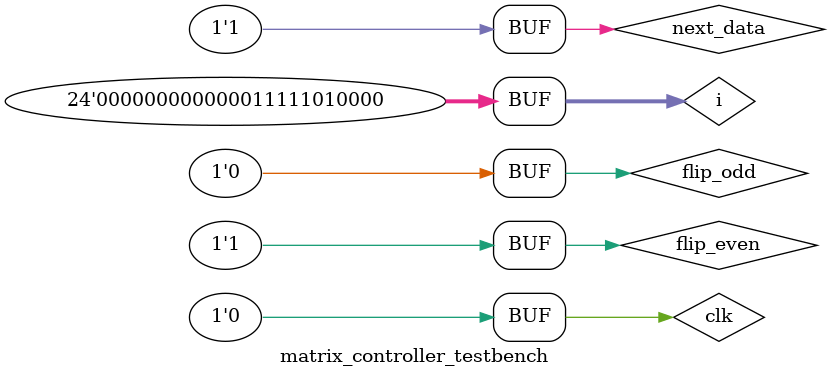
<source format=v>
`timescale 1ns / 1ps


module matrix_controller_testbench(

    );

// clock
reg clk;

// config
reg flip_even;
reg flip_odd;

// led driver signals
reg next_data;
wire reset;

// array buffer signals
wire [7:0] array_x;
wire [7:0] array_y;
wire next_frame;

    
matrix_controller matrix_controller_0(
    .clk(clk),
    .flip_even(flip_even),
    .flip_odd(flip_odd),
    .next_data(next_data),
    .reset(reset),
    .array_x(array_x),
    .array_y(array_y),
    .next_frame(next_frame)
);

always begin
    // 10 ns clock period
    clk = 1;
    #5;
    clk = 0;
    #5;
end

reg [23:0] i;
initial begin
    flip_even = 1;
    flip_odd = 0;
    
    #50;
    
    for(i = 0; i < 2000; i=i+1) begin
        next_data = 0;
        #90;
        next_data = 1;
        #10;
    end
    
end

endmodule

</source>
